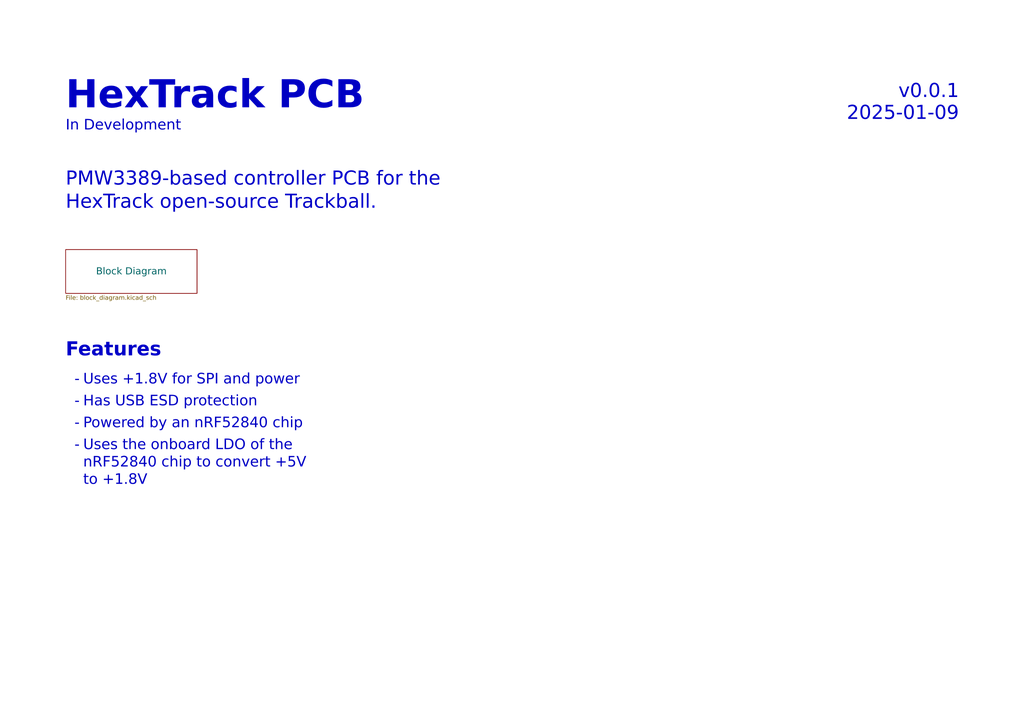
<source format=kicad_sch>
(kicad_sch
	(version 20231120)
	(generator "eeschema")
	(generator_version "8.0")
	(uuid "e03ae3c5-ddb7-48ac-a408-9dcc58a57689")
	(paper "A4")
	(title_block
		(title "HexTrack PCB")
		(date "2025-01-09")
		(rev "v0.0.1")
		(company "TMShader")
		(comment 9 "HexTrack")
	)
	(lib_symbols)
	(text "Uses the onboard LDO of the\nnRF52840 chip to convert +5V\nto +1.8V"
		(exclude_from_sim no)
		(at 24.13 128.27 0)
		(effects
			(font
				(face "Lexend")
				(size 3 3)
				(thickness 0.375)
			)
			(justify left top)
		)
		(uuid "015c4db5-c9f8-4940-854d-0c199134b822")
	)
	(text "In Development"
		(exclude_from_sim no)
		(at 19.05 35.56 0)
		(effects
			(font
				(face "Lexend")
				(size 3 3)
				(thickness 0.508)
				(italic yes)
			)
			(justify left top)
		)
		(uuid "25219a39-3b64-448b-a6a5-74dc94b95a44")
	)
	(text "${REVISION}"
		(exclude_from_sim no)
		(at 278.13 25.4 0)
		(effects
			(font
				(face "Lexend")
				(size 4 4)
				(thickness 0.508)
			)
			(justify right top)
		)
		(uuid "26e3d3dc-8226-47a0-a947-a162b5cd8d81")
	)
	(text "Powered by an nRF52840 chip"
		(exclude_from_sim no)
		(at 24.13 121.92 0)
		(effects
			(font
				(face "Lexend")
				(size 3 3)
				(thickness 0.375)
			)
			(justify left top)
		)
		(uuid "27ffb454-57a2-4e27-bbb9-637d0f573dae")
	)
	(text "-"
		(exclude_from_sim no)
		(at 21.59 115.57 0)
		(effects
			(font
				(face "Lexend")
				(size 3 3)
				(thickness 0.375)
			)
			(justify left top)
		)
		(uuid "428199ce-2f20-4de1-96b7-1979b9bd00ab")
	)
	(text "-"
		(exclude_from_sim no)
		(at 21.59 128.27 0)
		(effects
			(font
				(face "Lexend")
				(size 3 3)
				(thickness 0.375)
			)
			(justify left top)
		)
		(uuid "798f75ca-d3ee-4d59-ba2c-0eb556a7414e")
	)
	(text "PMW3389-based controller PCB for the\nHexTrack open-source Trackball."
		(exclude_from_sim no)
		(at 19.05 50.8 0)
		(effects
			(font
				(face "Lexend")
				(size 4 4)
				(thickness 0.508)
			)
			(justify left top)
		)
		(uuid "87519002-c7b3-4520-bfaa-3dbaef9253cf")
	)
	(text "${TITLE}\n"
		(exclude_from_sim no)
		(at 19.05 25.4 0)
		(effects
			(font
				(face "Lexend")
				(size 8 8)
				(thickness 1.6256)
				(bold yes)
			)
			(justify left top)
		)
		(uuid "9cc20602-27ef-4462-85ec-8061b6865638")
	)
	(text "Uses +1.8V for SPI and power"
		(exclude_from_sim no)
		(at 24.13 109.22 0)
		(effects
			(font
				(face "Lexend")
				(size 3 3)
				(thickness 0.375)
			)
			(justify left top)
		)
		(uuid "a39ef3e2-0e72-46b6-87a8-a59e8e755fb5")
	)
	(text "Has USB ESD protection"
		(exclude_from_sim no)
		(at 24.13 115.57 0)
		(effects
			(font
				(face "Lexend")
				(size 3 3)
				(thickness 0.375)
			)
			(justify left top)
		)
		(uuid "a480356e-7e56-441c-8887-f17367ed1154")
	)
	(text "-"
		(exclude_from_sim no)
		(at 21.59 121.92 0)
		(effects
			(font
				(face "Lexend")
				(size 3 3)
				(thickness 0.375)
			)
			(justify left top)
		)
		(uuid "a9547a0a-82c9-4388-bad5-907b279d7789")
	)
	(text "${ISSUE_DATE}"
		(exclude_from_sim no)
		(at 278.13 31.75 0)
		(effects
			(font
				(face "Lexend")
				(size 4 4)
				(thickness 0.5715)
			)
			(justify right top)
		)
		(uuid "c99ab81a-0b79-41e8-98e9-77fa69856c2d")
	)
	(text "Features"
		(exclude_from_sim no)
		(at 19.05 100.33 0)
		(effects
			(font
				(face "Lexend")
				(size 4 4)
				(thickness 0.8)
				(bold yes)
			)
			(justify left top)
		)
		(uuid "e91592fe-841d-4bbd-af74-b0128f1ef643")
	)
	(text "-"
		(exclude_from_sim no)
		(at 21.59 109.22 0)
		(effects
			(font
				(face "Lexend")
				(size 3 3)
				(thickness 0.375)
			)
			(justify left top)
		)
		(uuid "eb237d74-a78f-47a8-bd06-ef087a27bf3e")
	)
	(sheet
		(at 19.05 72.39)
		(size 38.1 12.7)
		(stroke
			(width 0.1524)
			(type solid)
		)
		(fill
			(color 0 0 0 0.0000)
		)
		(uuid "9836e963-ec32-4c01-99da-5c973017755a")
		(property "Sheetname" "Block Diagram"
			(at 38.1 78.74 0)
			(effects
				(font
					(face "Lexend")
					(size 2 2)
				)
			)
		)
		(property "Sheetfile" "block_diagram.kicad_sch"
			(at 19.05 85.6746 0)
			(effects
				(font
					(face "Lexend")
					(size 1.27 1.27)
				)
				(justify left top)
			)
		)
		(instances
			(project "hextrack"
				(path "/e03ae3c5-ddb7-48ac-a408-9dcc58a57689"
					(page "2")
				)
			)
		)
	)
	(sheet_instances
		(path "/"
			(page "1")
		)
	)
)

</source>
